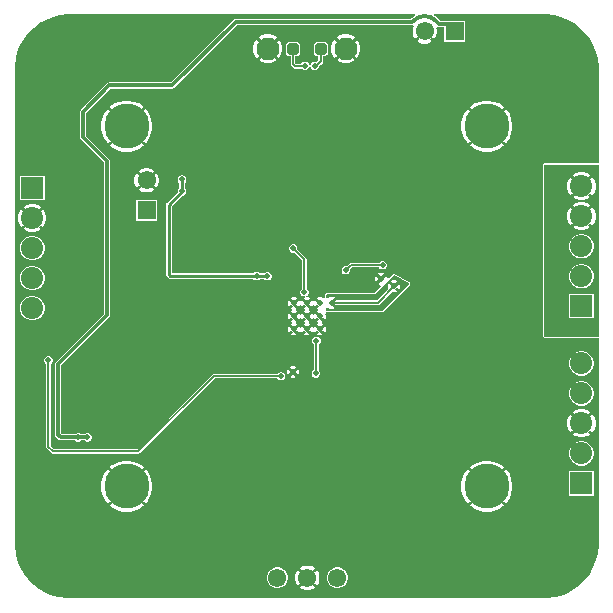
<source format=gbl>
G04*
G04 #@! TF.GenerationSoftware,Altium Limited,Altium Designer,24.1.2 (44)*
G04*
G04 Layer_Physical_Order=2*
G04 Layer_Color=16711680*
%FSLAX25Y25*%
%MOIN*%
G70*
G04*
G04 #@! TF.SameCoordinates,4091384A-FFFE-4866-ACBB-491B395F008A*
G04*
G04*
G04 #@! TF.FilePolarity,Positive*
G04*
G01*
G75*
%ADD13C,0.01000*%
%ADD15C,0.00800*%
G04:AMPARAMS|DCode=26|XSize=40mil|YSize=40mil|CornerRadius=10mil|HoleSize=0mil|Usage=FLASHONLY|Rotation=90.000|XOffset=0mil|YOffset=0mil|HoleType=Round|Shape=RoundedRectangle|*
%AMROUNDEDRECTD26*
21,1,0.04000,0.02000,0,0,90.0*
21,1,0.02000,0.04000,0,0,90.0*
1,1,0.02000,0.01000,0.01000*
1,1,0.02000,0.01000,-0.01000*
1,1,0.02000,-0.01000,-0.01000*
1,1,0.02000,-0.01000,0.01000*
%
%ADD26ROUNDEDRECTD26*%
%ADD65C,0.00600*%
%ADD67C,0.06102*%
%ADD68R,0.06102X0.06102*%
%ADD69R,0.06102X0.06102*%
%ADD70C,0.07677*%
%ADD71C,0.07382*%
%ADD72R,0.07382X0.07382*%
%ADD73C,0.15000*%
%ADD74C,0.02000*%
%ADD75C,0.01968*%
%ADD76C,0.01200*%
G36*
X180815Y195511D02*
X183178Y194878D01*
X185439Y193942D01*
X187557Y192719D01*
X189499Y191229D01*
X191229Y189499D01*
X192719Y187557D01*
X193942Y185439D01*
X194878Y183178D01*
X195511Y180815D01*
X195831Y178389D01*
Y177165D01*
Y146033D01*
X177600D01*
X177294Y145906D01*
X177167Y145600D01*
Y88517D01*
X177204Y88427D01*
X177210Y88330D01*
X177410Y87913D01*
X177465Y87863D01*
X177494Y87794D01*
X177584Y87757D01*
X177656Y87692D01*
X177731Y87696D01*
X177800Y87667D01*
X195831D01*
Y19685D01*
Y18462D01*
X195511Y16036D01*
X194878Y13672D01*
X193942Y11412D01*
X192719Y9293D01*
X191229Y7352D01*
X189499Y5621D01*
X187557Y4132D01*
X185439Y2909D01*
X183178Y1972D01*
X180815Y1339D01*
X178389Y1020D01*
X18462D01*
X16036Y1339D01*
X13672Y1972D01*
X11412Y2909D01*
X9293Y4132D01*
X7352Y5621D01*
X5621Y7352D01*
X4132Y9293D01*
X2909Y11412D01*
X1972Y13672D01*
X1339Y16036D01*
X1020Y18462D01*
Y19685D01*
Y177165D01*
Y178389D01*
X1339Y180815D01*
X1972Y183178D01*
X2909Y185439D01*
X4132Y187557D01*
X5621Y189499D01*
X7352Y191229D01*
X9293Y192719D01*
X11412Y193942D01*
X13672Y194878D01*
X16036Y195511D01*
X18462Y195831D01*
X134499D01*
X134625Y195331D01*
X134266Y195139D01*
X133510Y194519D01*
X133329Y194371D01*
X133296Y194337D01*
X133141Y194185D01*
X133141Y194185D01*
X132668Y194120D01*
X74700D01*
X74310Y194042D01*
X73979Y193821D01*
X53178Y173020D01*
X32600D01*
X32210Y172942D01*
X31879Y172721D01*
X23079Y163921D01*
X22858Y163590D01*
X22780Y163200D01*
Y154800D01*
X22858Y154410D01*
X23079Y154079D01*
X30880Y146278D01*
Y95922D01*
X14779Y79821D01*
X14558Y79490D01*
X14480Y79100D01*
Y55600D01*
X14558Y55210D01*
X14779Y54879D01*
X15679Y53979D01*
X16010Y53758D01*
X16400Y53680D01*
X21240D01*
X21407Y53513D01*
X21922Y53300D01*
X22479D01*
X22993Y53513D01*
X23160Y53680D01*
X24340D01*
X24507Y53513D01*
X25021Y53300D01*
X25578D01*
X26093Y53513D01*
X26487Y53907D01*
X26700Y54422D01*
Y54979D01*
X26487Y55493D01*
X26093Y55887D01*
X25578Y56100D01*
X25021D01*
X24507Y55887D01*
X24340Y55720D01*
X23160D01*
X22993Y55887D01*
X22479Y56100D01*
X21922D01*
X21407Y55887D01*
X21240Y55720D01*
X16822D01*
X16520Y56022D01*
Y78678D01*
X32621Y94779D01*
X32842Y95110D01*
X32920Y95500D01*
Y146700D01*
X32842Y147090D01*
X32621Y147421D01*
X24820Y155222D01*
Y162778D01*
X33022Y170980D01*
X53600D01*
X53990Y171058D01*
X54321Y171279D01*
X75122Y192080D01*
X133523D01*
X133662Y192108D01*
X133849Y191935D01*
X133982Y191662D01*
X133925Y191564D01*
X133649Y190533D01*
Y189467D01*
X133925Y188436D01*
X134458Y187513D01*
X134482Y187489D01*
X135294Y188301D01*
X136001Y187594D01*
X135189Y186782D01*
X135213Y186758D01*
X136136Y186225D01*
X137167Y185949D01*
X138233D01*
X139264Y186225D01*
X140188Y186758D01*
X140211Y186782D01*
X139399Y187594D01*
X140106Y188301D01*
X140918Y187489D01*
X140942Y187513D01*
X141475Y188436D01*
X141751Y189467D01*
Y190533D01*
X141543Y191309D01*
X141978Y191620D01*
X142143Y191509D01*
X142534Y191432D01*
X144249D01*
Y186549D01*
X151151D01*
Y193451D01*
X145347D01*
X145249Y193471D01*
X142956D01*
X142428Y193999D01*
X142082Y194357D01*
X142071Y194371D01*
X141711Y194666D01*
X141134Y195139D01*
X140776Y195331D01*
X140901Y195831D01*
X178389D01*
X180815Y195511D01*
D02*
G37*
G36*
X195831Y88100D02*
X177800D01*
X177600Y88517D01*
Y145600D01*
X195831D01*
Y88100D01*
D02*
G37*
%LPC*%
G36*
X112054Y189071D02*
X110780D01*
X109550Y188741D01*
X108446Y188104D01*
X108350Y188007D01*
X109156Y187201D01*
X108449Y186494D01*
X107642Y187300D01*
X107545Y187203D01*
X106909Y186100D01*
X106579Y184869D01*
Y183595D01*
X106909Y182365D01*
X107545Y181261D01*
X107642Y181165D01*
X108449Y181971D01*
X109156Y181263D01*
X108350Y180457D01*
X108446Y180360D01*
X109550Y179724D01*
X110780Y179394D01*
X112054D01*
X113285Y179724D01*
X114388Y180360D01*
X114485Y180457D01*
X113679Y181263D01*
X114386Y181971D01*
X115192Y181165D01*
X115289Y181261D01*
X115926Y182365D01*
X116256Y183595D01*
Y184869D01*
X115926Y186100D01*
X115289Y187203D01*
X115192Y187300D01*
X114386Y186494D01*
X113679Y187201D01*
X114485Y188007D01*
X114388Y188104D01*
X113285Y188741D01*
X112054Y189071D01*
D02*
G37*
G36*
X86070D02*
X84796D01*
X83565Y188741D01*
X82462Y188104D01*
X82365Y188007D01*
X83171Y187201D01*
X82464Y186494D01*
X81658Y187300D01*
X81561Y187203D01*
X80924Y186100D01*
X80594Y184869D01*
Y183595D01*
X80924Y182365D01*
X81561Y181261D01*
X81658Y181165D01*
X82464Y181971D01*
X83171Y181263D01*
X82365Y180457D01*
X82462Y180360D01*
X83565Y179724D01*
X84796Y179394D01*
X86070D01*
X87301Y179724D01*
X88404Y180360D01*
X88501Y180457D01*
X87695Y181263D01*
X88402Y181971D01*
X89208Y181165D01*
X89305Y181261D01*
X89942Y182365D01*
X90272Y183595D01*
Y184869D01*
X89942Y186100D01*
X89305Y187203D01*
X89208Y187300D01*
X88402Y186494D01*
X87695Y187201D01*
X88501Y188007D01*
X88404Y188104D01*
X87301Y188741D01*
X86070Y189071D01*
D02*
G37*
G36*
X104100Y186527D02*
X102100D01*
X101554Y186419D01*
X101091Y186109D01*
X100781Y185646D01*
X100673Y185100D01*
Y183100D01*
X100781Y182554D01*
X101091Y182091D01*
X101554Y181781D01*
X102100Y181673D01*
X102284D01*
Y180524D01*
X102071Y180311D01*
X102066Y180310D01*
X101802Y180133D01*
X101802Y180133D01*
X101475Y179806D01*
X101268Y179892D01*
X100711D01*
X100196Y179679D01*
X99803Y179285D01*
X99662Y178946D01*
X99131Y178970D01*
X98987Y179318D01*
X98593Y179711D01*
X98079Y179925D01*
X97522D01*
X97007Y179711D01*
X96613Y179318D01*
X96571Y179216D01*
X94938D01*
X94616Y179538D01*
Y181673D01*
X94800D01*
X95346Y181781D01*
X95809Y182091D01*
X96119Y182554D01*
X96227Y183100D01*
Y185100D01*
X96119Y185646D01*
X95809Y186109D01*
X95346Y186419D01*
X94800Y186527D01*
X92800D01*
X92254Y186419D01*
X91791Y186109D01*
X91481Y185646D01*
X91373Y185100D01*
Y183100D01*
X91481Y182554D01*
X91791Y182091D01*
X92254Y181781D01*
X92800Y181673D01*
X92984D01*
Y179200D01*
X92984Y179200D01*
X93046Y178888D01*
X93223Y178623D01*
X94023Y177823D01*
X94288Y177646D01*
X94600Y177584D01*
X94600Y177584D01*
X96760D01*
X97007Y177338D01*
X97522Y177125D01*
X98079D01*
X98593Y177338D01*
X98987Y177732D01*
X99127Y178071D01*
X99659Y178047D01*
X99803Y177699D01*
X100196Y177305D01*
X100711Y177092D01*
X101268D01*
X101782Y177305D01*
X102176Y177699D01*
X102389Y178214D01*
Y178414D01*
X102778Y178802D01*
X102782Y178803D01*
X103047Y178980D01*
X103677Y179610D01*
X103677Y179610D01*
X103854Y179874D01*
X103916Y180186D01*
Y181673D01*
X104100D01*
X104646Y181781D01*
X105109Y182091D01*
X105419Y182554D01*
X105527Y183100D01*
Y185100D01*
X105419Y185646D01*
X105109Y186109D01*
X104646Y186419D01*
X104100Y186527D01*
D02*
G37*
G36*
X159302Y166965D02*
X157627D01*
X155985Y166638D01*
X154438Y165997D01*
X153046Y165067D01*
X152808Y164829D01*
X153603Y164034D01*
X152895Y163327D01*
X152101Y164121D01*
X151862Y163883D01*
X150932Y162491D01*
X150291Y160944D01*
X149965Y159302D01*
Y157627D01*
X150291Y155985D01*
X150932Y154438D01*
X151862Y153046D01*
X152101Y152808D01*
X152895Y153603D01*
X153603Y152895D01*
X152808Y152101D01*
X153046Y151862D01*
X154438Y150932D01*
X155985Y150291D01*
X157627Y149965D01*
X159302D01*
X160944Y150291D01*
X162491Y150932D01*
X163883Y151862D01*
X164121Y152101D01*
X163327Y152895D01*
X164034Y153603D01*
X164829Y152808D01*
X165067Y153046D01*
X165997Y154438D01*
X166638Y155985D01*
X166965Y157627D01*
Y159302D01*
X166638Y160944D01*
X165997Y162491D01*
X165067Y163883D01*
X164829Y164121D01*
X164034Y163327D01*
X163327Y164034D01*
X164121Y164829D01*
X163883Y165067D01*
X162491Y165997D01*
X160944Y166638D01*
X159302Y166965D01*
D02*
G37*
G36*
X39223D02*
X37549D01*
X35906Y166638D01*
X34360Y165997D01*
X32967Y165067D01*
X32729Y164829D01*
X33524Y164034D01*
X32817Y163327D01*
X32022Y164121D01*
X31783Y163883D01*
X30853Y162491D01*
X30213Y160944D01*
X29886Y159302D01*
Y157627D01*
X30213Y155985D01*
X30853Y154438D01*
X31783Y153046D01*
X32022Y152808D01*
X32817Y153603D01*
X33524Y152895D01*
X32729Y152101D01*
X32967Y151862D01*
X34360Y150932D01*
X35906Y150291D01*
X37549Y149965D01*
X39223D01*
X40865Y150291D01*
X42412Y150932D01*
X43804Y151862D01*
X44043Y152101D01*
X43248Y152895D01*
X43955Y153603D01*
X44750Y152808D01*
X44988Y153046D01*
X45918Y154438D01*
X46559Y155985D01*
X46886Y157627D01*
Y159302D01*
X46559Y160944D01*
X45918Y162491D01*
X44988Y163883D01*
X44750Y164121D01*
X43955Y163327D01*
X43248Y164034D01*
X44043Y164829D01*
X43804Y165067D01*
X42412Y165997D01*
X40865Y166638D01*
X39223Y166965D01*
D02*
G37*
G36*
X45533Y144451D02*
X44467D01*
X43436Y144175D01*
X42513Y143642D01*
X42489Y143618D01*
X43301Y142806D01*
X42594Y142099D01*
X41782Y142911D01*
X41758Y142887D01*
X41225Y141964D01*
X40949Y140933D01*
Y139867D01*
X41225Y138836D01*
X41758Y137912D01*
X41782Y137889D01*
X42594Y138701D01*
X43301Y137994D01*
X42489Y137182D01*
X42513Y137158D01*
X43436Y136625D01*
X44467Y136349D01*
X45533D01*
X46564Y136625D01*
X47488Y137158D01*
X47511Y137182D01*
X46699Y137994D01*
X47406Y138701D01*
X48218Y137889D01*
X48242Y137912D01*
X48775Y138836D01*
X49051Y139867D01*
Y140933D01*
X48775Y141964D01*
X48242Y142887D01*
X48218Y142911D01*
X47406Y142099D01*
X46699Y142806D01*
X47511Y143618D01*
X47488Y143642D01*
X46564Y144175D01*
X45533Y144451D01*
D02*
G37*
G36*
X10981Y141886D02*
X2799D01*
Y133704D01*
X10981D01*
Y141886D01*
D02*
G37*
G36*
X7507Y132486D02*
X6272D01*
X5079Y132167D01*
X4009Y131549D01*
X3926Y131466D01*
X4733Y130659D01*
X4026Y129952D01*
X3219Y130759D01*
X3136Y130676D01*
X2519Y129606D01*
X2199Y128413D01*
Y127178D01*
X2519Y125985D01*
X3136Y124915D01*
X3219Y124832D01*
X4026Y125639D01*
X4733Y124932D01*
X3926Y124125D01*
X4009Y124042D01*
X5079Y123424D01*
X6272Y123104D01*
X7507D01*
X8700Y123424D01*
X9770Y124042D01*
X9853Y124125D01*
X9046Y124932D01*
X9753Y125639D01*
X10560Y124832D01*
X10643Y124915D01*
X11261Y125985D01*
X11581Y127178D01*
Y128413D01*
X11261Y129606D01*
X10643Y130676D01*
X10560Y130759D01*
X9753Y129952D01*
X9046Y130659D01*
X9853Y131466D01*
X9770Y131549D01*
X8700Y132167D01*
X7507Y132486D01*
D02*
G37*
G36*
X48451Y133851D02*
X41549D01*
Y126949D01*
X48451D01*
Y133851D01*
D02*
G37*
G36*
X7428Y121886D02*
X6351D01*
X5311Y121607D01*
X4378Y121069D01*
X3616Y120307D01*
X3078Y119374D01*
X2799Y118334D01*
Y117257D01*
X3078Y116216D01*
X3616Y115283D01*
X4378Y114522D01*
X5311Y113983D01*
X6351Y113704D01*
X7428D01*
X8469Y113983D01*
X9402Y114522D01*
X10163Y115283D01*
X10702Y116216D01*
X10981Y117257D01*
Y118334D01*
X10702Y119374D01*
X10163Y120307D01*
X9402Y121069D01*
X8469Y121607D01*
X7428Y121886D01*
D02*
G37*
G36*
X123978Y113500D02*
X123422D01*
X122907Y113287D01*
X122513Y112893D01*
X122480Y112814D01*
X113100D01*
X112827Y112759D01*
X112595Y112605D01*
X111758Y111767D01*
X111679Y111800D01*
X111121D01*
X110607Y111587D01*
X110213Y111193D01*
X110000Y110679D01*
Y110122D01*
X110213Y109607D01*
X110607Y109213D01*
X111121Y109000D01*
X111679D01*
X112193Y109213D01*
X112587Y109607D01*
X112800Y110122D01*
Y110679D01*
X112767Y110758D01*
X113396Y111386D01*
X122480D01*
X122513Y111307D01*
X122907Y110913D01*
X123422Y110700D01*
X123978D01*
X124493Y110913D01*
X124887Y111307D01*
X125100Y111821D01*
Y112379D01*
X124887Y112893D01*
X124493Y113287D01*
X123978Y113500D01*
D02*
G37*
G36*
X57078Y142100D02*
X56521D01*
X56007Y141887D01*
X55613Y141493D01*
X55400Y140979D01*
Y140421D01*
X55613Y139907D01*
X55882Y139638D01*
Y137762D01*
X55613Y137493D01*
X55400Y136978D01*
Y136598D01*
X51751Y132949D01*
X51552Y132651D01*
X51482Y132300D01*
Y108969D01*
X51552Y108617D01*
X51751Y108320D01*
X52220Y107851D01*
X52517Y107652D01*
X52869Y107582D01*
X80638D01*
X80907Y107313D01*
X81422Y107100D01*
X81978D01*
X82493Y107313D01*
X82712Y107532D01*
X84188D01*
X84507Y107213D01*
X85022Y107000D01*
X85579D01*
X86093Y107213D01*
X86487Y107607D01*
X86700Y108122D01*
Y108678D01*
X86487Y109193D01*
X86093Y109587D01*
X85579Y109800D01*
X85022D01*
X84507Y109587D01*
X84288Y109368D01*
X82812D01*
X82493Y109687D01*
X81978Y109900D01*
X81422D01*
X80907Y109687D01*
X80638Y109418D01*
X53318D01*
Y131920D01*
X56698Y135300D01*
X57078D01*
X57593Y135513D01*
X57987Y135907D01*
X58200Y136422D01*
Y136978D01*
X57987Y137493D01*
X57718Y137762D01*
Y139638D01*
X57987Y139907D01*
X58200Y140421D01*
Y140979D01*
X57987Y141493D01*
X57593Y141887D01*
X57078Y142100D01*
D02*
G37*
G36*
X7428Y111886D02*
X6351D01*
X5311Y111607D01*
X4378Y111069D01*
X3616Y110307D01*
X3078Y109374D01*
X2799Y108334D01*
Y107257D01*
X3078Y106216D01*
X3616Y105283D01*
X4378Y104522D01*
X5311Y103983D01*
X6351Y103704D01*
X7428D01*
X8469Y103983D01*
X9402Y104522D01*
X10163Y105283D01*
X10702Y106216D01*
X10981Y107257D01*
Y108334D01*
X10702Y109374D01*
X10163Y110307D01*
X9402Y111069D01*
X8469Y111607D01*
X7428Y111886D01*
D02*
G37*
G36*
X94178Y119100D02*
X93621D01*
X93107Y118887D01*
X92713Y118493D01*
X92500Y117979D01*
Y117421D01*
X92713Y116907D01*
X93107Y116513D01*
X93621Y116300D01*
X94147D01*
X96784Y113662D01*
Y104263D01*
X96413Y103892D01*
X96200Y103378D01*
Y102821D01*
X96413Y102306D01*
X96807Y101912D01*
X97321Y101699D01*
X97652D01*
X97751Y101199D01*
X97407Y101057D01*
X98255Y100208D01*
X97548Y99501D01*
X96699Y100349D01*
X96530Y99941D01*
X95989D01*
X95820Y100349D01*
X94972Y99501D01*
X94265Y100208D01*
X95113Y101057D01*
X94489Y101315D01*
X93700D01*
X93076Y101057D01*
X93924Y100208D01*
X93217Y99501D01*
X92369Y100349D01*
X92110Y99725D01*
Y98936D01*
X92369Y98312D01*
X93217Y99161D01*
X93924Y98454D01*
X93076Y97605D01*
X93484Y97436D01*
Y96895D01*
X93076Y96726D01*
X93924Y95877D01*
X93217Y95170D01*
X92369Y96019D01*
X92110Y95395D01*
Y94605D01*
X92369Y93981D01*
X93217Y94830D01*
X93924Y94123D01*
X93076Y93274D01*
X93484Y93105D01*
Y92564D01*
X93076Y92395D01*
X93924Y91546D01*
X93217Y90839D01*
X92369Y91688D01*
X92110Y91064D01*
Y90275D01*
X92369Y89651D01*
X93217Y90499D01*
X93924Y89792D01*
X93076Y88943D01*
X93700Y88685D01*
X94489D01*
X95113Y88943D01*
X94265Y89792D01*
X94972Y90499D01*
X95820Y89651D01*
X95989Y90058D01*
X96530D01*
X96699Y89651D01*
X97548Y90499D01*
X98255Y89792D01*
X97407Y88943D01*
X98031Y88685D01*
X98820D01*
X99444Y88943D01*
X98595Y89792D01*
X99302Y90499D01*
X100151Y89651D01*
X100320Y90058D01*
X100861D01*
X101030Y89651D01*
X101879Y90499D01*
X102586Y89792D01*
X101737Y88943D01*
X102361Y88685D01*
X103151D01*
X103775Y88943D01*
X102926Y89792D01*
X103633Y90499D01*
X104482Y89651D01*
X104740Y90275D01*
Y91064D01*
X104482Y91688D01*
X103633Y90839D01*
X102926Y91546D01*
X103775Y92395D01*
X103367Y92564D01*
Y93105D01*
X103775Y93274D01*
X102926Y94123D01*
X103633Y94830D01*
X104482Y93981D01*
X104740Y94605D01*
Y95395D01*
X104512Y95945D01*
X104681Y96192D01*
X104848Y96367D01*
X123600D01*
X123906Y96494D01*
X132808Y105396D01*
X132821Y105428D01*
X132851Y105445D01*
X132883Y105577D01*
X132935Y105702D01*
X132922Y105734D01*
X132930Y105767D01*
X132855Y106261D01*
X132838Y106290D01*
X132841Y106325D01*
X132754Y106429D01*
X132684Y106545D01*
X132651Y106553D01*
X132629Y106579D01*
X127632Y109213D01*
X127528Y109223D01*
X127430Y109263D01*
X127369Y109238D01*
X127302Y109244D01*
X127221Y109177D01*
X127124Y109137D01*
X125662Y107674D01*
X125200Y107866D01*
Y107998D01*
X124938Y108631D01*
X124090Y107783D01*
X123383Y108490D01*
X124231Y109338D01*
X123598Y109600D01*
X122802D01*
X122169Y109338D01*
X123017Y108490D01*
X122310Y107783D01*
X121462Y108631D01*
X121200Y107998D01*
Y107202D01*
X121462Y106569D01*
X122310Y107417D01*
X123017Y106710D01*
X122169Y105862D01*
X122802Y105600D01*
X122934D01*
X123126Y105138D01*
X120821Y102833D01*
X105100D01*
X104794Y102706D01*
X104494Y102406D01*
X104367Y102100D01*
Y101235D01*
X104400Y101156D01*
X103955Y100938D01*
X103880Y101013D01*
X103151Y101315D01*
X102361D01*
X101737Y101057D01*
X102586Y100208D01*
X101879Y99501D01*
X101030Y100349D01*
X100861Y99941D01*
X100320D01*
X100151Y100349D01*
X99302Y99501D01*
X98595Y100208D01*
X99444Y101057D01*
X98820Y101315D01*
X98257D01*
X98158Y101815D01*
X98393Y101912D01*
X98787Y102306D01*
X99000Y102821D01*
Y103378D01*
X98787Y103892D01*
X98416Y104263D01*
Y114000D01*
X98416Y114000D01*
X98354Y114312D01*
X98177Y114577D01*
X95300Y117454D01*
Y117979D01*
X95087Y118493D01*
X94693Y118887D01*
X94178Y119100D01*
D02*
G37*
G36*
X7428Y101886D02*
X6351D01*
X5311Y101607D01*
X4378Y101069D01*
X3616Y100307D01*
X3078Y99374D01*
X2799Y98334D01*
Y97257D01*
X3078Y96216D01*
X3616Y95283D01*
X4378Y94522D01*
X5311Y93983D01*
X6351Y93704D01*
X7428D01*
X8469Y93983D01*
X9402Y94522D01*
X10163Y95283D01*
X10702Y96216D01*
X10981Y97257D01*
Y98334D01*
X10702Y99374D01*
X10163Y100307D01*
X9402Y101069D01*
X8469Y101607D01*
X7428Y101886D01*
D02*
G37*
G36*
X94198Y78500D02*
X93402D01*
X92769Y78238D01*
X93617Y77390D01*
X92910Y76683D01*
X92062Y77531D01*
X91800Y76898D01*
Y76102D01*
X92062Y75469D01*
X92910Y76317D01*
X93617Y75610D01*
X92769Y74762D01*
X93402Y74500D01*
X94198D01*
X94831Y74762D01*
X93983Y75610D01*
X94690Y76317D01*
X95538Y75469D01*
X95800Y76102D01*
Y76898D01*
X95538Y77531D01*
X94690Y76683D01*
X93983Y77390D01*
X94831Y78238D01*
X94198Y78500D01*
D02*
G37*
G36*
X190499Y83461D02*
X189422D01*
X188382Y83182D01*
X187449Y82644D01*
X186687Y81882D01*
X186149Y80949D01*
X185870Y79909D01*
Y78831D01*
X186149Y77791D01*
X186687Y76858D01*
X187449Y76096D01*
X188382Y75558D01*
X189422Y75279D01*
X190499D01*
X191540Y75558D01*
X192473Y76096D01*
X193234Y76858D01*
X193773Y77791D01*
X194052Y78831D01*
Y79909D01*
X193773Y80949D01*
X193234Y81882D01*
X192473Y82644D01*
X191540Y83182D01*
X190499Y83461D01*
D02*
G37*
G36*
X101903Y88301D02*
X101347D01*
X100832Y88088D01*
X100438Y87694D01*
X100225Y87179D01*
Y86622D01*
X100438Y86108D01*
X100697Y85849D01*
Y77219D01*
X100620Y77187D01*
X100226Y76793D01*
X100013Y76279D01*
Y75722D01*
X100226Y75207D01*
X100620Y74813D01*
X101134Y74600D01*
X101691D01*
X102206Y74813D01*
X102600Y75207D01*
X102813Y75722D01*
Y76279D01*
X102600Y76793D01*
X102328Y77064D01*
Y85677D01*
X102418Y85714D01*
X102812Y86108D01*
X103025Y86622D01*
Y87179D01*
X102812Y87694D01*
X102418Y88088D01*
X101903Y88301D01*
D02*
G37*
G36*
X12578Y81800D02*
X12021D01*
X11507Y81587D01*
X11113Y81193D01*
X10900Y80678D01*
Y80121D01*
X11113Y79607D01*
X11507Y79213D01*
X11586Y79180D01*
Y51500D01*
X11641Y51227D01*
X11795Y50995D01*
X13295Y49495D01*
X13527Y49341D01*
X13800Y49286D01*
X42300D01*
X42573Y49341D01*
X42805Y49495D01*
X67696Y74386D01*
X88580D01*
X88613Y74307D01*
X89007Y73913D01*
X89521Y73700D01*
X90079D01*
X90593Y73913D01*
X90987Y74307D01*
X91200Y74822D01*
Y75379D01*
X90987Y75893D01*
X90593Y76287D01*
X90079Y76500D01*
X89521D01*
X89007Y76287D01*
X88613Y75893D01*
X88580Y75814D01*
X67400D01*
X67127Y75759D01*
X66895Y75605D01*
X42004Y50714D01*
X14096D01*
X13014Y51796D01*
Y79180D01*
X13093Y79213D01*
X13487Y79607D01*
X13700Y80121D01*
Y80678D01*
X13487Y81193D01*
X13093Y81587D01*
X12578Y81800D01*
D02*
G37*
G36*
X190499Y73461D02*
X189422D01*
X188382Y73182D01*
X187449Y72644D01*
X186687Y71882D01*
X186149Y70949D01*
X185870Y69909D01*
Y68831D01*
X186149Y67791D01*
X186687Y66858D01*
X187449Y66097D01*
X188382Y65558D01*
X189422Y65279D01*
X190499D01*
X191540Y65558D01*
X192473Y66097D01*
X193234Y66858D01*
X193773Y67791D01*
X194052Y68831D01*
Y69909D01*
X193773Y70949D01*
X193234Y71882D01*
X192473Y72644D01*
X191540Y73182D01*
X190499Y73461D01*
D02*
G37*
G36*
X190578Y64061D02*
X189343D01*
X188150Y63741D01*
X187080Y63124D01*
X186997Y63041D01*
X187804Y62234D01*
X187097Y61526D01*
X186290Y62334D01*
X186207Y62250D01*
X185589Y61181D01*
X185270Y59988D01*
Y58753D01*
X185589Y57559D01*
X186207Y56490D01*
X186290Y56407D01*
X187097Y57214D01*
X187804Y56507D01*
X186997Y55699D01*
X187080Y55616D01*
X188150Y54999D01*
X189343Y54679D01*
X190578D01*
X191771Y54999D01*
X192841Y55616D01*
X192924Y55699D01*
X192117Y56507D01*
X192824Y57214D01*
X193631Y56407D01*
X193714Y56490D01*
X194332Y57559D01*
X194652Y58753D01*
Y59988D01*
X194332Y61181D01*
X193714Y62250D01*
X193631Y62334D01*
X192824Y61526D01*
X192117Y62234D01*
X192924Y63041D01*
X192841Y63124D01*
X191771Y63741D01*
X190578Y64061D01*
D02*
G37*
G36*
X190499Y53461D02*
X189422D01*
X188382Y53182D01*
X187449Y52644D01*
X186687Y51882D01*
X186149Y50949D01*
X185870Y49909D01*
Y48831D01*
X186149Y47791D01*
X186687Y46858D01*
X187449Y46097D01*
X188382Y45558D01*
X189422Y45279D01*
X190499D01*
X191540Y45558D01*
X192473Y46097D01*
X193234Y46858D01*
X193773Y47791D01*
X194052Y48831D01*
Y49909D01*
X193773Y50949D01*
X193234Y51882D01*
X192473Y52644D01*
X191540Y53182D01*
X190499Y53461D01*
D02*
G37*
G36*
X159302Y46886D02*
X157627D01*
X155985Y46559D01*
X154438Y45918D01*
X153046Y44988D01*
X152808Y44750D01*
X153603Y43955D01*
X152895Y43248D01*
X152101Y44043D01*
X151862Y43804D01*
X150932Y42412D01*
X150291Y40865D01*
X149965Y39223D01*
Y37549D01*
X150291Y35906D01*
X150932Y34360D01*
X151862Y32967D01*
X152101Y32729D01*
X152895Y33524D01*
X153603Y32817D01*
X152808Y32022D01*
X153046Y31783D01*
X154438Y30853D01*
X155985Y30213D01*
X157627Y29886D01*
X159302D01*
X160944Y30213D01*
X162491Y30853D01*
X163883Y31783D01*
X164121Y32022D01*
X163327Y32817D01*
X164034Y33524D01*
X164829Y32729D01*
X165067Y32967D01*
X165997Y34360D01*
X166638Y35906D01*
X166965Y37549D01*
Y39223D01*
X166638Y40865D01*
X165997Y42412D01*
X165067Y43804D01*
X164829Y44043D01*
X164034Y43248D01*
X163327Y43955D01*
X164121Y44750D01*
X163883Y44988D01*
X162491Y45918D01*
X160944Y46559D01*
X159302Y46886D01*
D02*
G37*
G36*
X39223D02*
X37549D01*
X35906Y46559D01*
X34360Y45918D01*
X32967Y44988D01*
X32729Y44750D01*
X33524Y43955D01*
X32817Y43248D01*
X32022Y44043D01*
X31783Y43804D01*
X30853Y42412D01*
X30213Y40865D01*
X29886Y39223D01*
Y37549D01*
X30213Y35906D01*
X30853Y34360D01*
X31783Y32967D01*
X32022Y32729D01*
X32817Y33524D01*
X33524Y32817D01*
X32729Y32022D01*
X32967Y31783D01*
X34360Y30853D01*
X35906Y30213D01*
X37549Y29886D01*
X39223D01*
X40865Y30213D01*
X42412Y30853D01*
X43804Y31783D01*
X44043Y32022D01*
X43248Y32817D01*
X43955Y33524D01*
X44750Y32729D01*
X44988Y32967D01*
X45918Y34360D01*
X46559Y35906D01*
X46886Y37549D01*
Y39223D01*
X46559Y40865D01*
X45918Y42412D01*
X44988Y43804D01*
X44750Y44043D01*
X43955Y43248D01*
X43248Y43955D01*
X44043Y44750D01*
X43804Y44988D01*
X42412Y45918D01*
X40865Y46559D01*
X39223Y46886D01*
D02*
G37*
G36*
X194052Y43461D02*
X185870D01*
Y35279D01*
X194052D01*
Y43461D01*
D02*
G37*
G36*
X99116Y11925D02*
X98049D01*
X97019Y11649D01*
X96095Y11116D01*
X96072Y11092D01*
X96884Y10280D01*
X96177Y9573D01*
X95364Y10385D01*
X95341Y10362D01*
X94808Y9438D01*
X94532Y8407D01*
Y7341D01*
X94808Y6310D01*
X95341Y5387D01*
X95364Y5363D01*
X96177Y6175D01*
X96884Y5468D01*
X96072Y4656D01*
X96095Y4632D01*
X97019Y4099D01*
X98049Y3823D01*
X99116D01*
X100146Y4099D01*
X101070Y4632D01*
X101094Y4656D01*
X100282Y5468D01*
X100989Y6175D01*
X101801Y5363D01*
X101824Y5387D01*
X102358Y6310D01*
X102634Y7341D01*
Y8407D01*
X102358Y9438D01*
X101824Y10362D01*
X101801Y10385D01*
X100989Y9573D01*
X100282Y10280D01*
X101094Y11092D01*
X101070Y11116D01*
X100146Y11649D01*
X99116Y11925D01*
D02*
G37*
G36*
X109037Y11325D02*
X108128D01*
X107251Y11090D01*
X106464Y10636D01*
X105821Y9993D01*
X105367Y9206D01*
X105131Y8328D01*
Y7420D01*
X105367Y6542D01*
X105821Y5755D01*
X106464Y5112D01*
X107251Y4658D01*
X108128Y4423D01*
X109037D01*
X109915Y4658D01*
X110702Y5112D01*
X111344Y5755D01*
X111799Y6542D01*
X112034Y7420D01*
Y8328D01*
X111799Y9206D01*
X111344Y9993D01*
X110702Y10636D01*
X109915Y11090D01*
X109037Y11325D01*
D02*
G37*
G36*
X89037D02*
X88128D01*
X87251Y11090D01*
X86464Y10636D01*
X85821Y9993D01*
X85367Y9206D01*
X85132Y8328D01*
Y7420D01*
X85367Y6542D01*
X85821Y5755D01*
X86464Y5112D01*
X87251Y4658D01*
X88128Y4423D01*
X89037D01*
X89915Y4658D01*
X90702Y5112D01*
X91344Y5755D01*
X91799Y6542D01*
X92034Y7420D01*
Y8328D01*
X91799Y9206D01*
X91344Y9993D01*
X90702Y10636D01*
X89915Y11090D01*
X89037Y11325D01*
D02*
G37*
%LPD*%
G36*
X132427Y106196D02*
X132502Y105702D01*
X123600Y96800D01*
X104800D01*
Y97965D01*
X105300Y98172D01*
X105567Y97904D01*
X106302Y97600D01*
X107098D01*
X107731Y97862D01*
X106883Y98710D01*
X107590Y99417D01*
X108438Y98569D01*
X108569Y98886D01*
X122200D01*
X122473Y98941D01*
X122705Y99095D01*
X126783Y103174D01*
X127202Y103000D01*
X127998D01*
X128631Y103262D01*
X127783Y104110D01*
X128490Y104817D01*
X129338Y103969D01*
X129600Y104602D01*
Y105398D01*
X129338Y106031D01*
X128490Y105183D01*
X127783Y105890D01*
X128631Y106738D01*
X127998Y107000D01*
X127202D01*
X126569Y106738D01*
X127417Y105890D01*
X126710Y105183D01*
X125862Y106031D01*
X125600Y105398D01*
Y104602D01*
X125774Y104183D01*
X121904Y100314D01*
X108569D01*
X108438Y100631D01*
X107590Y99783D01*
X106883Y100490D01*
X107731Y101338D01*
X107098Y101600D01*
X106302D01*
X105567Y101295D01*
X105300Y101028D01*
X104800Y101235D01*
Y102100D01*
X105100Y102400D01*
X121000D01*
X127430Y108830D01*
X132427Y106196D01*
D02*
G37*
G36*
X102586Y98454D02*
X101737Y97605D01*
X102145Y97436D01*
Y96895D01*
X101737Y96726D01*
X102586Y95877D01*
X101879Y95170D01*
X101030Y96019D01*
X100861Y95611D01*
X100320D01*
X100151Y96019D01*
X99302Y95170D01*
X98595Y95877D01*
X99444Y96726D01*
X99036Y96895D01*
Y97436D01*
X99444Y97605D01*
X98595Y98454D01*
X99302Y99161D01*
X100151Y98312D01*
X100320Y98720D01*
X100861D01*
X101030Y98312D01*
X101879Y99161D01*
X102586Y98454D01*
D02*
G37*
G36*
X98255D02*
X97407Y97605D01*
X97814Y97436D01*
Y96895D01*
X97407Y96726D01*
X98255Y95877D01*
X97548Y95170D01*
X96699Y96019D01*
X96530Y95611D01*
X95989D01*
X95820Y96019D01*
X94972Y95170D01*
X94265Y95877D01*
X95113Y96726D01*
X94705Y96895D01*
Y97436D01*
X95113Y97605D01*
X94265Y98454D01*
X94972Y99161D01*
X95820Y98312D01*
X95989Y98720D01*
X96530D01*
X96699Y98312D01*
X97548Y99161D01*
X98255Y98454D01*
D02*
G37*
G36*
X102586Y94123D02*
X101737Y93274D01*
X102145Y93105D01*
Y92564D01*
X101737Y92395D01*
X102586Y91546D01*
X101879Y90839D01*
X101030Y91688D01*
X100861Y91280D01*
X100320D01*
X100151Y91688D01*
X99302Y90839D01*
X98595Y91546D01*
X99444Y92395D01*
X99036Y92564D01*
Y93105D01*
X99444Y93274D01*
X98595Y94123D01*
X99302Y94830D01*
X100151Y93981D01*
X100320Y94389D01*
X100861D01*
X101030Y93981D01*
X101879Y94830D01*
X102586Y94123D01*
D02*
G37*
G36*
X98255D02*
X97407Y93274D01*
X97814Y93105D01*
Y92564D01*
X97407Y92395D01*
X98255Y91546D01*
X97548Y90839D01*
X96699Y91688D01*
X96530Y91280D01*
X95989D01*
X95820Y91688D01*
X94972Y90839D01*
X94265Y91546D01*
X95113Y92395D01*
X94705Y92564D01*
Y93105D01*
X95113Y93274D01*
X94265Y94123D01*
X94972Y94830D01*
X95820Y93981D01*
X95989Y94389D01*
X96530D01*
X96699Y93981D01*
X97548Y94830D01*
X98255Y94123D01*
D02*
G37*
%LPC*%
G36*
X190578Y143116D02*
X189343D01*
X188150Y142797D01*
X187080Y142179D01*
X186997Y142096D01*
X187804Y141289D01*
X187097Y140582D01*
X186290Y141389D01*
X186207Y141305D01*
X185589Y140236D01*
X185270Y139043D01*
Y137808D01*
X185589Y136615D01*
X186207Y135545D01*
X186290Y135462D01*
X187097Y136269D01*
X187804Y135562D01*
X186997Y134755D01*
X187080Y134671D01*
X188150Y134054D01*
X189343Y133734D01*
X190578D01*
X191771Y134054D01*
X192841Y134671D01*
X192924Y134755D01*
X192117Y135562D01*
X192824Y136269D01*
X193631Y135462D01*
X193714Y135545D01*
X194332Y136615D01*
X194652Y137808D01*
Y139043D01*
X194332Y140236D01*
X193714Y141305D01*
X193631Y141389D01*
X192824Y140582D01*
X192117Y141289D01*
X192924Y142096D01*
X192841Y142179D01*
X191771Y142797D01*
X190578Y143116D01*
D02*
G37*
G36*
Y133116D02*
X189343D01*
X188150Y132797D01*
X187080Y132179D01*
X186997Y132096D01*
X187804Y131289D01*
X187097Y130581D01*
X186290Y131389D01*
X186207Y131306D01*
X185589Y130236D01*
X185270Y129043D01*
Y127808D01*
X185589Y126615D01*
X186207Y125545D01*
X186290Y125462D01*
X187097Y126269D01*
X187804Y125562D01*
X186997Y124755D01*
X187080Y124671D01*
X188150Y124054D01*
X189343Y123734D01*
X190578D01*
X191771Y124054D01*
X192841Y124671D01*
X192924Y124755D01*
X192117Y125562D01*
X192824Y126269D01*
X193631Y125462D01*
X193714Y125545D01*
X194332Y126615D01*
X194652Y127808D01*
Y129043D01*
X194332Y130236D01*
X193714Y131306D01*
X193631Y131389D01*
X192824Y130581D01*
X192117Y131289D01*
X192924Y132096D01*
X192841Y132179D01*
X191771Y132797D01*
X190578Y133116D01*
D02*
G37*
G36*
X190499Y122516D02*
X189422D01*
X188382Y122237D01*
X187449Y121699D01*
X186687Y120937D01*
X186149Y120004D01*
X185870Y118964D01*
Y117887D01*
X186149Y116846D01*
X186687Y115913D01*
X187449Y115152D01*
X188382Y114613D01*
X189422Y114334D01*
X190499D01*
X191540Y114613D01*
X192473Y115152D01*
X193234Y115913D01*
X193773Y116846D01*
X194052Y117887D01*
Y118964D01*
X193773Y120004D01*
X193234Y120937D01*
X192473Y121699D01*
X191540Y122237D01*
X190499Y122516D01*
D02*
G37*
G36*
Y112516D02*
X189422D01*
X188382Y112237D01*
X187449Y111699D01*
X186687Y110937D01*
X186149Y110004D01*
X185870Y108964D01*
Y107887D01*
X186149Y106846D01*
X186687Y105913D01*
X187449Y105152D01*
X188382Y104613D01*
X189422Y104334D01*
X190499D01*
X191540Y104613D01*
X192473Y105152D01*
X193234Y105913D01*
X193773Y106846D01*
X194052Y107887D01*
Y108964D01*
X193773Y110004D01*
X193234Y110937D01*
X192473Y111699D01*
X191540Y112237D01*
X190499Y112516D01*
D02*
G37*
G36*
X194052Y102516D02*
X185870D01*
Y94334D01*
X194052D01*
Y102516D01*
D02*
G37*
%LPD*%
D13*
X85250Y108450D02*
X85300Y108400D01*
X81700Y108500D02*
X81750Y108450D01*
X85250D01*
X52869Y108500D02*
X81700D01*
X56800Y136700D02*
Y140700D01*
X52400Y132300D02*
X56800Y136700D01*
X52400Y108969D02*
Y132300D01*
Y108969D02*
X52869Y108500D01*
D15*
X101513Y76100D02*
Y86788D01*
X101413Y76000D02*
X101513Y76100D01*
X94600Y178400D02*
X97675D01*
X100989Y178492D02*
X101314D01*
X102470Y179557D02*
X103100Y180186D01*
X102379Y179557D02*
X102470D01*
X101314Y178492D02*
X102379Y179557D01*
X97675Y178400D02*
X97800Y178525D01*
X103100Y180186D02*
Y184100D01*
X97600Y103099D02*
Y114000D01*
X101513Y86788D02*
X101625Y86901D01*
X93900Y117700D02*
X97600Y114000D01*
X93800Y179200D02*
Y184100D01*
Y179200D02*
X94600Y178400D01*
D26*
X103100Y184100D02*
D03*
X93800D02*
D03*
D65*
X122200Y99600D02*
X127600Y105000D01*
X106700Y99600D02*
X122200D01*
X67400Y75100D02*
X89800D01*
X42300Y50000D02*
X67400Y75100D01*
X12300Y51500D02*
Y80400D01*
Y51500D02*
X13800Y50000D01*
X42300D01*
X111400Y110400D02*
X113100Y112100D01*
X123700D01*
D67*
X45000Y140400D02*
D03*
X137700Y190000D02*
D03*
X108583Y7874D02*
D03*
X98583D02*
D03*
X88583D02*
D03*
D68*
X45000Y130400D02*
D03*
D69*
X147700Y190000D02*
D03*
D70*
X111417Y184232D02*
D03*
X85433D02*
D03*
D71*
X6890Y97795D02*
D03*
Y107795D02*
D03*
Y117795D02*
D03*
Y127795D02*
D03*
X189961Y138425D02*
D03*
Y128425D02*
D03*
Y118425D02*
D03*
Y108425D02*
D03*
Y79370D02*
D03*
Y69370D02*
D03*
Y59370D02*
D03*
Y49370D02*
D03*
D72*
X6890Y137795D02*
D03*
X189961Y98425D02*
D03*
Y39370D02*
D03*
D73*
X158465Y158465D02*
D03*
X38386Y38386D02*
D03*
X158465D02*
D03*
X38386Y158465D02*
D03*
D74*
X106700Y99600D02*
D03*
X127600Y105000D02*
D03*
X85300Y108400D02*
D03*
X93800Y76500D02*
D03*
X123200Y107600D02*
D03*
X101413Y76000D02*
D03*
X89800Y75100D02*
D03*
X12300Y80400D02*
D03*
X22200Y54700D02*
D03*
X25300D02*
D03*
X81700Y108500D02*
D03*
X56800Y136700D02*
D03*
X97800Y178525D02*
D03*
X100989Y178492D02*
D03*
X97600Y103099D02*
D03*
X101625Y86901D02*
D03*
X123700Y112100D02*
D03*
X111400Y110400D02*
D03*
X93900Y117700D02*
D03*
X56800Y140700D02*
D03*
D75*
X102756Y90669D02*
D03*
X98425D02*
D03*
X94095D02*
D03*
X102756Y95000D02*
D03*
X98425D02*
D03*
X94095D02*
D03*
X102756Y99331D02*
D03*
X98425D02*
D03*
X94095D02*
D03*
D76*
X133874Y193451D02*
X133875Y193452D01*
X141353Y193632D02*
G03*
X133893Y193470I-3653J-3632D01*
G01*
X74700Y193100D02*
X133523D01*
X133875Y193452D02*
X133893Y193470D01*
X141353Y193632D02*
X142092Y192893D01*
X142534Y192451D01*
X53600Y172000D02*
X74700Y193100D01*
X133523D02*
X133874Y193451D01*
X15500Y55600D02*
Y79100D01*
Y55600D02*
X16400Y54700D01*
X15500Y79100D02*
X31900Y95500D01*
Y146700D01*
X23800Y154800D02*
X31900Y146700D01*
X23800Y154800D02*
Y163200D01*
X32600Y172000D02*
X53600D01*
X23800Y163200D02*
X32600Y172000D01*
X145249Y192451D02*
X147700Y190000D01*
X142534Y192451D02*
X145249D01*
X16400Y54700D02*
X22200D01*
X25300D01*
M02*

</source>
